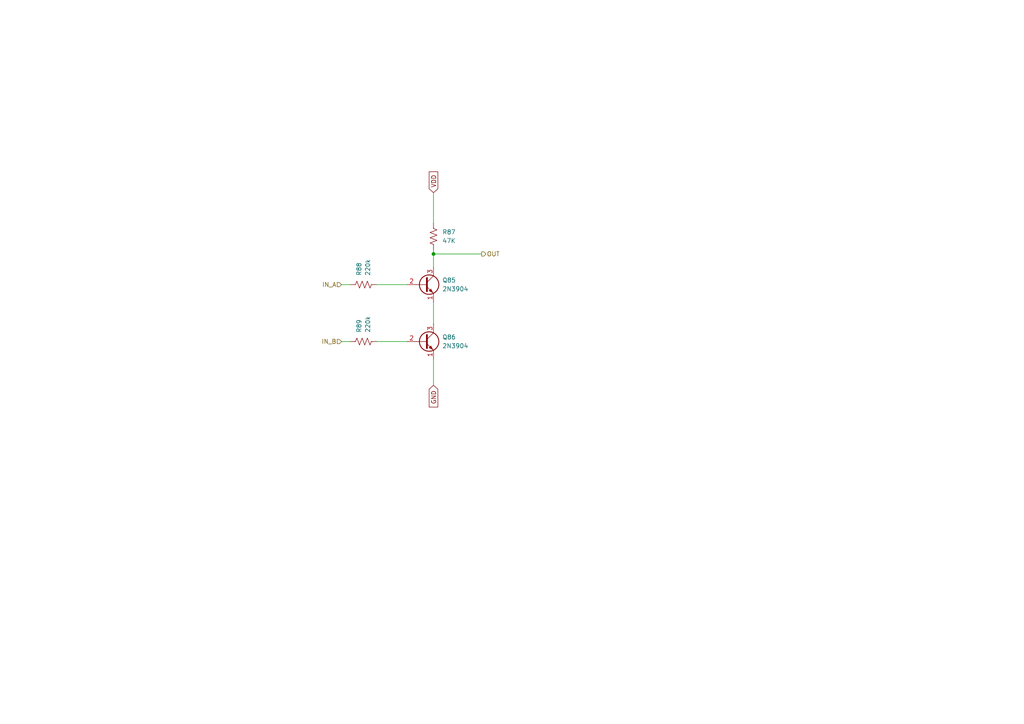
<source format=kicad_sch>
(kicad_sch (version 20250114) (generator "eeschema") (generator_version "9.0")
  (paper "A4")
  (lib_symbols
    (symbol "Device:R_US" (pin_numbers (hide yes)) (pin_names (offset 0))
      (property "Reference" "R" (at 2.54 0 90))
      (property "Value" "R_US" (at -2.54 0 90))
      (symbol "R_US_0_1"
        (polyline (pts (xy 0 2.286) (xy 0 2.54)))
        (polyline (pts (xy 0 2.286) (xy 1.016 1.905) (xy 0 1.524) (xy -1.016 1.143) (xy 0 0.762)))
        (polyline (pts (xy 0 0.762) (xy 1.016 0.381) (xy 0 0) (xy -1.016 -0.381) (xy 0 -0.762)))
        (polyline (pts (xy 0 -0.762) (xy 1.016 -1.143) (xy 0 -1.524) (xy -1.016 -1.905) (xy 0 -2.286)))
        (polyline (pts (xy 0 -2.286) (xy 0 -2.54)))
      )
      (symbol "R_US_1_1"
        (pin passive line (at 0 3.81 270) (length 1.27) (name "~") (number "1"))
        (pin passive line (at 0 -3.81 90) (length 1.27) (name "~") (number "2"))
      )
    )
    (symbol "Transistor_BJT:2N3904" (pin_names (offset 0) (hide yes))
      (property "Reference" "Q" (at 5.08 1.905 0))
      (property "Value" "2N3904" (at 5.08 0 0))
      (symbol "2N3904_0_1"
        (polyline (pts (xy -2.54 0) (xy 0.635 0)))
        (polyline (pts (xy 0.635 1.905) (xy 0.635 -1.905)) (stroke (width 0.508)))
        (circle (center 1.27 0) (radius 2.8194) (stroke (width 0.254)))
      )
      (symbol "2N3904_1_1"
        (polyline (pts (xy 0.635 0.635) (xy 2.54 2.54)))
        (polyline (pts (xy 0.635 -0.635) (xy 2.54 -2.54)))
        (polyline (pts (xy 1.27 -1.778) (xy 1.778 -1.27) (xy 2.286 -2.286) (xy 1.27 -1.778)) (fill (type outline)))
        (pin input line (at -5.08 0 0) (length 2.54) (name "B") (number "2"))
        (pin passive line (at 2.54 5.08 270) (length 2.54) (name "C") (number "3"))
        (pin passive line (at 2.54 -5.08 90) (length 2.54) (name "E") (number "1"))
      )
    )
  )
  (junction (at 125.73 73.66))
  (wire (pts (xy 125.73 87.63) (xy 125.73 93.98)))
  (wire (pts (xy 99.06 82.55) (xy 101.6 82.55)))
  (wire (pts (xy 99.06 99.06) (xy 101.6 99.06)))
  (wire (pts (xy 109.22 99.06) (xy 118.11 99.06)))
  (wire (pts (xy 125.73 55.88) (xy 125.73 64.77)))
  (wire (pts (xy 125.73 73.66) (xy 139.7 73.66)))
  (wire (pts (xy 125.73 73.66) (xy 125.73 77.47)))
  (wire (pts (xy 125.73 104.14) (xy 125.73 111.76)))
  (wire (pts (xy 109.22 82.55) (xy 118.11 82.55)))
  (wire (pts (xy 125.73 72.39) (xy 125.73 73.66)))
  (global_label "GND" (shape input) (at 125.73 111.76 270) (property "Intersheetrefs" "${INTERSHEET_REFS}" (effects (hide yes))))
  (global_label "VDD" (shape input) (at 125.73 55.88 90) (property "Intersheetrefs" "${INTERSHEET_REFS}" (effects (hide yes))))
  (hierarchical_label "OUT" (shape output) (at 139.7 73.66 0))
  (hierarchical_label "IN_B" (shape input) (at 99.06 99.06 180))
  (hierarchical_label "IN_A" (shape input) (at 99.06 82.55 180))
  (symbol (lib_id "Transistor_BJT:2N3904") (at 123.19 99.06 0) (unit 1)
    (property "Reference" "Q86" (at 128.27 97.7899 0) (effects (justify left)))
    (property "Value" "2N3904" (at 128.27 100.3299 0) (effects (justify left)))
    (property "Footprint" "Package_TO_SOT_THT:TO-92_Inline" (effects (hide yes)))
    (property "Datasheet" "https://www.onsemi.com/pub/Collateral/2N3903-D.PDF" (effects (hide yes)))
    (property "Description" "0.2A Ic, 40V Vce, Small Signal NPN Transistor, TO-92" (effects (hide yes)))
    (property "Sim.Library" "2N3904_model.txt" (effects (hide yes)))
    (property "Sim.Name" "2N3904" (effects (hide yes)))
    (property "Sim.Device" "NPN" (effects (hide yes)))
    (property "Sim.Type" "GUMMELPOON" (effects (hide yes)))
    (property "Sim.Pins" "1=E 2=B 3=C" (effects (hide yes)))
  )
  (symbol (lib_id "Device:R_US") (at 125.73 68.58 0) (unit 1)
    (property "Reference" "R87" (at 128.27 67.3099 0) (effects (justify left)))
    (property "Value" "47K" (at 128.27 69.8499 0) (effects (justify left)))
    (property "Footprint" "Resistor_THT:R_Axial_DIN0309_L9.0mm_D3.2mm_P15.24mm_Horizontal" (effects (hide yes)))
    (property "Description" "Resistor, US symbol" (effects (hide yes)))
  )
  (symbol (lib_id "Device:R_US") (at 105.41 82.55 90) (unit 1)
    (property "Reference" "R88" (at 104.1399 80.01 0) (effects (justify left)))
    (property "Value" "220k" (at 106.6799 80.01 0) (effects (justify left)))
    (property "Footprint" "Resistor_THT:R_Axial_DIN0309_L9.0mm_D3.2mm_P15.24mm_Horizontal" (effects (hide yes)))
    (property "Description" "Resistor, US symbol" (effects (hide yes)))
  )
  (symbol (lib_id "Device:R_US") (at 105.41 99.06 90) (unit 1)
    (property "Reference" "R89" (at 104.1399 96.52 0) (effects (justify left)))
    (property "Value" "220k" (at 106.6799 96.52 0) (effects (justify left)))
    (property "Footprint" "Resistor_THT:R_Axial_DIN0309_L9.0mm_D3.2mm_P15.24mm_Horizontal" (effects (hide yes)))
    (property "Description" "Resistor, US symbol" (effects (hide yes)))
  )
  (symbol (lib_id "Transistor_BJT:2N3904") (at 123.19 82.55 0) (unit 1)
    (property "Reference" "Q85" (at 128.27 81.2799 0) (effects (justify left)))
    (property "Value" "2N3904" (at 128.27 83.8199 0) (effects (justify left)))
    (property "Footprint" "Package_TO_SOT_THT:TO-92_Inline" (effects (hide yes)))
    (property "Datasheet" "https://www.onsemi.com/pub/Collateral/2N3903-D.PDF" (effects (hide yes)))
    (property "Description" "0.2A Ic, 40V Vce, Small Signal NPN Transistor, TO-92" (effects (hide yes)))
    (property "Sim.Library" "2N3904_model.txt" (effects (hide yes)))
    (property "Sim.Name" "2N3904" (effects (hide yes)))
    (property "Sim.Device" "NPN" (effects (hide yes)))
    (property "Sim.Type" "GUMMELPOON" (effects (hide yes)))
    (property "Sim.Pins" "1=E 2=B 3=C" (effects (hide yes)))
  )
)
</source>
